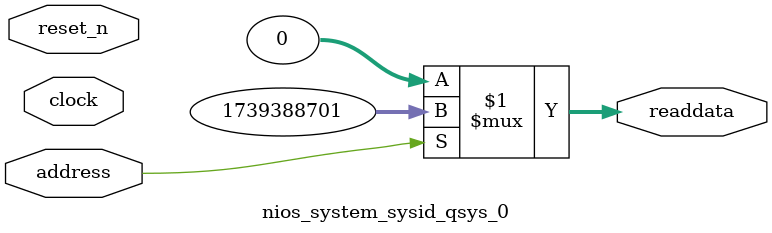
<source format=v>



// synthesis translate_off
`timescale 1ns / 1ps
// synthesis translate_on

// turn off superfluous verilog processor warnings 
// altera message_level Level1 
// altera message_off 10034 10035 10036 10037 10230 10240 10030 

module nios_system_sysid_qsys_0 (
               // inputs:
                address,
                clock,
                reset_n,

               // outputs:
                readdata
             )
;

  output  [ 31: 0] readdata;
  input            address;
  input            clock;
  input            reset_n;

  wire    [ 31: 0] readdata;
  //control_slave, which is an e_avalon_slave
  assign readdata = address ? 1739388701 : 0;

endmodule



</source>
